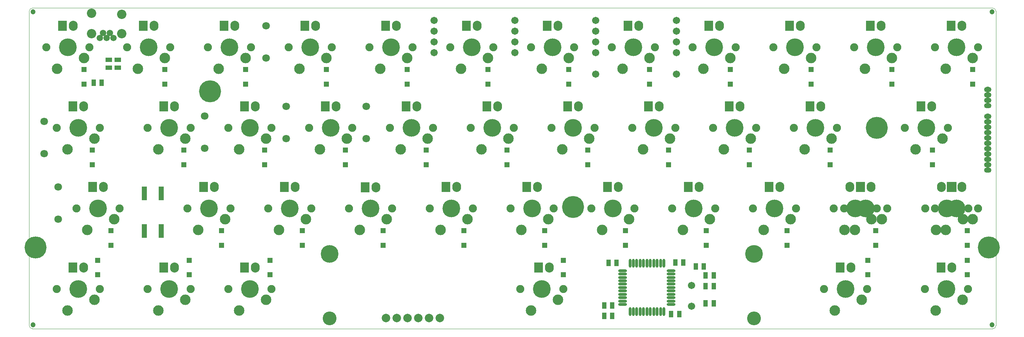
<source format=gbs>
G04 #@! TF.FileFunction,Soldermask,Bot*
%FSLAX46Y46*%
G04 Gerber Fmt 4.6, Leading zero omitted, Abs format (unit mm)*
G04 Created by KiCad (PCBNEW 4.0.1-stable) date 5/15/2016 6:24:45 PM*
%MOMM*%
G01*
G04 APERTURE LIST*
%ADD10C,0.150000*%
%ADD11C,0.099100*%
%ADD12R,1.203200X3.303200*%
%ADD13O,2.103120X0.609600*%
%ADD14O,0.609600X2.103120*%
%ADD15R,1.092200X1.600200*%
%ADD16R,1.600200X1.092200*%
%ADD17C,2.003200*%
%ADD18C,1.803200*%
%ADD19C,2.489200*%
%ADD20C,4.191000*%
%ADD21C,1.905000*%
%ADD22O,2.108200X2.362200*%
%ADD23R,2.108200X2.362200*%
%ADD24O,1.727200X1.270000*%
%ADD25C,1.203200*%
%ADD26C,5.204460*%
%ADD27R,1.203200X1.203200*%
%ADD28C,1.703200*%
%ADD29C,3.251200*%
%ADD30C,1.704340*%
%ADD31C,1.508760*%
%ADD32C,2.203200*%
G04 APERTURE END LIST*
D10*
D11*
X227209040Y-75750560D02*
X768040Y-75750560D01*
X227209040Y-75750560D02*
G75*
G03X227971040Y-74988560I0J762000D01*
G01*
X227971040Y-693560D02*
X227971040Y-74988560D01*
X227971040Y-693560D02*
G75*
G03X227209040Y68440I-762000J0D01*
G01*
X768040Y68440D02*
X227209040Y68440D01*
X768040Y68440D02*
G75*
G03X6040Y-693560I0J-762000D01*
G01*
X6040Y-74988560D02*
X6040Y-693560D01*
X6040Y-74988560D02*
G75*
G03X768040Y-75750560I762000J0D01*
G01*
D12*
X27149500Y-43748000D03*
X31150000Y-52648000D03*
X27152000Y-52648000D03*
X31150000Y-43748000D03*
D13*
X139940000Y-66002000D03*
X139940000Y-65201900D03*
X139940000Y-64401800D03*
X139940000Y-63601700D03*
X139940000Y-62801600D03*
X139940000Y-62001500D03*
X139940000Y-66802100D03*
X139940000Y-67602200D03*
X139940000Y-68402300D03*
X139940000Y-69202400D03*
X139940000Y-70002500D03*
X151370000Y-66002000D03*
X151370000Y-65201900D03*
X151370000Y-64401800D03*
X151370000Y-63601700D03*
X151370000Y-62801600D03*
X151370000Y-62001500D03*
X151370000Y-66802100D03*
X151370000Y-67602200D03*
X151370000Y-68402300D03*
X151370000Y-69202400D03*
X151370000Y-70002500D03*
D14*
X145655000Y-60287000D03*
X145655000Y-71717000D03*
X146455100Y-60287000D03*
X146455100Y-71717000D03*
X147255200Y-71717000D03*
X147255200Y-60287000D03*
X148055300Y-60287000D03*
X148055300Y-71717000D03*
X148855400Y-71717000D03*
X148855400Y-60287000D03*
X149655500Y-60287000D03*
X149655500Y-71717000D03*
X144854900Y-71717000D03*
X144854900Y-60287000D03*
X144054800Y-60287000D03*
X144054800Y-71717000D03*
X143254700Y-71717000D03*
X143254700Y-60287000D03*
X142454600Y-60287000D03*
X142454600Y-71717000D03*
X141654500Y-71717000D03*
X141654500Y-60287000D03*
D15*
X15182500Y-17584600D03*
X17087500Y-17584600D03*
X159515500Y-65682000D03*
X161420500Y-65682000D03*
X159515500Y-69746000D03*
X161420500Y-69746000D03*
X137468500Y-70254000D03*
X135563500Y-70254000D03*
X138484500Y-60158000D03*
X136579500Y-60158000D03*
X151387500Y-72286000D03*
X153292500Y-72286000D03*
X161420500Y-63142000D03*
X159515500Y-63142000D03*
D16*
X18736000Y-14056500D03*
X18736000Y-12151500D03*
X20895000Y-14056500D03*
X20895000Y-12151500D03*
D15*
X152327500Y-60094000D03*
X154232500Y-60094000D03*
X137480500Y-72730000D03*
X135575500Y-72730000D03*
X159058500Y-60983000D03*
X157153500Y-60983000D03*
D17*
X94263000Y-73175000D03*
X89183000Y-73175000D03*
X84103000Y-73175000D03*
X91723000Y-73175000D03*
X86643000Y-73175000D03*
X96803000Y-73175000D03*
D18*
X3496000Y-34313000D03*
X3496000Y-26693000D03*
X6861500Y-42220000D03*
X6861500Y-49840000D03*
D19*
X9020500Y-71430000D03*
X15370500Y-68890000D03*
D20*
X11560500Y-66350000D03*
D21*
X16640500Y-66350000D03*
X6480500Y-66350000D03*
D19*
X9020500Y-33330000D03*
X15370500Y-30790000D03*
D20*
X11560500Y-28250000D03*
D21*
X16640500Y-28250000D03*
X6480500Y-28250000D03*
D19*
X13719500Y-52380000D03*
X20069500Y-49840000D03*
D20*
X16259500Y-47300000D03*
D21*
X21339500Y-47300000D03*
X11179500Y-47300000D03*
D22*
X62742000Y-42220000D03*
D23*
X60202000Y-42220000D03*
D22*
X34293500Y-61270000D03*
D23*
X31753500Y-61270000D03*
D22*
X43692000Y-42220000D03*
D23*
X41152000Y-42220000D03*
D22*
X12830500Y-23170000D03*
D23*
X10290500Y-23170000D03*
D22*
X29467500Y-4118800D03*
D23*
X26927500Y-4118800D03*
D22*
X12830500Y-61270000D03*
D23*
X10290500Y-61270000D03*
D19*
X216158000Y-52380000D03*
X222508000Y-49840000D03*
D20*
X218698000Y-47300000D03*
D21*
X223778000Y-47300000D03*
X213618000Y-47300000D03*
D19*
X125734000Y-33330000D03*
X132084000Y-30790000D03*
D20*
X128274000Y-28250000D03*
D21*
X133354000Y-28250000D03*
X123194000Y-28250000D03*
D19*
X178058000Y-14280000D03*
X184408000Y-11740000D03*
D20*
X180598000Y-9200000D03*
D21*
X185678000Y-9200000D03*
X175518000Y-9200000D03*
D19*
X82808000Y-14280000D03*
X89158000Y-11740000D03*
D20*
X85348000Y-9200000D03*
D21*
X90428000Y-9200000D03*
X80268000Y-9200000D03*
D19*
X213744000Y-71430000D03*
X220094000Y-68890000D03*
D20*
X216284000Y-66350000D03*
D21*
X221364000Y-66350000D03*
X211204000Y-66350000D03*
D19*
X189996000Y-71430000D03*
X196346000Y-68890000D03*
D20*
X192536000Y-66350000D03*
D21*
X197616000Y-66350000D03*
X187456000Y-66350000D03*
D19*
X49534000Y-71430000D03*
X55884000Y-68890000D03*
D20*
X52074000Y-66350000D03*
D21*
X57154000Y-66350000D03*
X46994000Y-66350000D03*
D19*
X30483500Y-71430000D03*
X36833500Y-68890000D03*
D20*
X33023500Y-66350000D03*
D21*
X38103500Y-66350000D03*
X27943500Y-66350000D03*
D19*
X194694000Y-52380000D03*
X201044000Y-49840000D03*
D20*
X197234000Y-47300000D03*
D21*
X202314000Y-47300000D03*
X192154000Y-47300000D03*
D19*
X173232000Y-52380000D03*
X179582000Y-49840000D03*
D20*
X175772000Y-47300000D03*
D21*
X180852000Y-47300000D03*
X170692000Y-47300000D03*
D19*
X68584000Y-33330000D03*
X74934000Y-30790000D03*
D20*
X71124000Y-28250000D03*
D21*
X76204000Y-28250000D03*
X66044000Y-28250000D03*
D19*
X49534000Y-33330000D03*
X55884000Y-30790000D03*
D20*
X52074000Y-28250000D03*
D21*
X57154000Y-28250000D03*
X46994000Y-28250000D03*
D19*
X30483500Y-33330000D03*
X36833500Y-30790000D03*
D20*
X33023500Y-28250000D03*
D21*
X38103500Y-28250000D03*
X27943500Y-28250000D03*
D19*
X216158000Y-14280000D03*
X222508000Y-11740000D03*
D20*
X218698000Y-9200000D03*
D21*
X223778000Y-9200000D03*
X213618000Y-9200000D03*
D19*
X159008000Y-14280000D03*
X165358000Y-11740000D03*
D20*
X161548000Y-9200000D03*
D21*
X166628000Y-9200000D03*
X156468000Y-9200000D03*
D19*
X139958000Y-14280000D03*
X146308000Y-11740000D03*
D20*
X142498000Y-9200000D03*
D21*
X147578000Y-9200000D03*
X137418000Y-9200000D03*
D19*
X120908000Y-14280000D03*
X127258000Y-11740000D03*
D20*
X123448000Y-9200000D03*
D21*
X128528000Y-9200000D03*
X118368000Y-9200000D03*
D19*
X101858000Y-14280000D03*
X108208000Y-11740000D03*
D20*
X104398000Y-9200000D03*
D21*
X109478000Y-9200000D03*
X99318000Y-9200000D03*
D19*
X63758000Y-14280000D03*
X70108000Y-11740000D03*
D20*
X66298000Y-9200000D03*
D21*
X71378000Y-9200000D03*
X61218000Y-9200000D03*
D19*
X44708000Y-14280000D03*
X51058000Y-11740000D03*
D20*
X47248000Y-9200000D03*
D21*
X52328000Y-9200000D03*
X42168000Y-9200000D03*
D19*
X25657500Y-14280000D03*
X32007500Y-11740000D03*
D20*
X28197500Y-9200000D03*
D21*
X33277500Y-9200000D03*
X23117500Y-9200000D03*
D19*
X154182000Y-52380000D03*
X160532000Y-49840000D03*
D20*
X156722000Y-47300000D03*
D21*
X161802000Y-47300000D03*
X151642000Y-47300000D03*
D19*
X135132000Y-52380000D03*
X141482000Y-49840000D03*
D20*
X137672000Y-47300000D03*
D21*
X142752000Y-47300000D03*
X132592000Y-47300000D03*
D19*
X116082000Y-52380000D03*
X122432000Y-49840000D03*
D20*
X118622000Y-47300000D03*
D21*
X123702000Y-47300000D03*
X113542000Y-47300000D03*
D19*
X97032000Y-52380000D03*
X103382000Y-49840000D03*
D20*
X99572000Y-47300000D03*
D21*
X104652000Y-47300000D03*
X94492000Y-47300000D03*
D19*
X77982000Y-52380000D03*
X84332000Y-49840000D03*
D20*
X80522000Y-47300000D03*
D21*
X85602000Y-47300000D03*
X75442000Y-47300000D03*
D19*
X58932000Y-52380000D03*
X65282000Y-49840000D03*
D20*
X61472000Y-47300000D03*
D21*
X66552000Y-47300000D03*
X56392000Y-47300000D03*
D19*
X39882000Y-52380000D03*
X46232000Y-49840000D03*
D20*
X42422000Y-47300000D03*
D21*
X47502000Y-47300000D03*
X37342000Y-47300000D03*
D19*
X209046000Y-33330000D03*
X215396000Y-30790000D03*
D20*
X211586000Y-28250000D03*
D21*
X216666000Y-28250000D03*
X206506000Y-28250000D03*
D19*
X182884000Y-33330000D03*
X189234000Y-30790000D03*
D20*
X185424000Y-28250000D03*
D21*
X190504000Y-28250000D03*
X180344000Y-28250000D03*
D19*
X163834000Y-33330000D03*
X170184000Y-30790000D03*
D20*
X166374000Y-28250000D03*
D21*
X171454000Y-28250000D03*
X161294000Y-28250000D03*
D19*
X144784000Y-33330000D03*
X151134000Y-30790000D03*
D20*
X147324000Y-28250000D03*
D21*
X152404000Y-28250000D03*
X142244000Y-28250000D03*
D19*
X106684000Y-33330000D03*
X113034000Y-30790000D03*
D20*
X109224000Y-28250000D03*
D21*
X114304000Y-28250000D03*
X104144000Y-28250000D03*
D19*
X87634000Y-33330000D03*
X93984000Y-30790000D03*
D20*
X90174000Y-28250000D03*
D21*
X95254000Y-28250000D03*
X85094000Y-28250000D03*
D19*
X197108000Y-14280000D03*
X203458000Y-11740000D03*
D20*
X199648000Y-9200000D03*
D21*
X204728000Y-9200000D03*
X194568000Y-9200000D03*
D22*
X122609000Y-61275000D03*
D23*
X120069000Y-61275000D03*
D22*
X157992000Y-42220000D03*
D23*
X155452000Y-42220000D03*
D22*
X138942000Y-42220000D03*
D23*
X136402000Y-42220000D03*
D22*
X119892000Y-42220000D03*
D23*
X117352000Y-42220000D03*
D22*
X100842000Y-42220000D03*
D23*
X98302000Y-42220000D03*
D22*
X212856000Y-23170000D03*
D23*
X210316000Y-23170000D03*
D22*
X186694000Y-23170000D03*
D23*
X184154000Y-23170000D03*
D22*
X167644000Y-23170000D03*
D23*
X165104000Y-23170000D03*
D22*
X81792000Y-42347000D03*
D23*
X79252000Y-42347000D03*
D22*
X148594000Y-23170000D03*
D23*
X146054000Y-23170000D03*
D22*
X86618000Y-4120000D03*
D23*
X84078000Y-4120000D03*
D22*
X105668000Y-4120000D03*
D23*
X103128000Y-4120000D03*
D22*
X124718000Y-4120000D03*
D23*
X122178000Y-4120000D03*
D22*
X143768000Y-4120000D03*
D23*
X141228000Y-4120000D03*
D22*
X67568000Y-4120000D03*
D23*
X65028000Y-4120000D03*
D22*
X129544000Y-23170000D03*
D23*
X127004000Y-23170000D03*
D22*
X162818000Y-4120000D03*
D23*
X160278000Y-4120000D03*
D22*
X181868000Y-4120000D03*
D23*
X179328000Y-4120000D03*
D22*
X200918000Y-4120000D03*
D23*
X198378000Y-4120000D03*
D22*
X219968000Y-4120000D03*
D23*
X217428000Y-4120000D03*
D22*
X91444000Y-23170000D03*
D23*
X88904000Y-23170000D03*
D22*
X110494000Y-23170000D03*
D23*
X107954000Y-23170000D03*
D22*
X217554000Y-61270000D03*
D23*
X215014000Y-61270000D03*
D22*
X193806000Y-61270000D03*
D23*
X191266000Y-61270000D03*
D22*
X177042000Y-42220000D03*
D23*
X174502000Y-42220000D03*
D22*
X198504000Y-42220000D03*
D23*
X195964000Y-42220000D03*
D22*
X53344000Y-61270000D03*
D23*
X50804000Y-61270000D03*
D22*
X219968000Y-42220000D03*
D23*
X217428000Y-42220000D03*
D22*
X10417500Y-4118800D03*
D23*
X7877500Y-4118800D03*
D19*
X6607500Y-14280000D03*
X12957500Y-11740000D03*
D20*
X9147500Y-9200000D03*
D21*
X14227500Y-9200000D03*
X4067500Y-9200000D03*
D22*
X17529500Y-42220000D03*
D23*
X14989500Y-42220000D03*
D18*
X79506000Y-30790000D03*
X79506000Y-23170000D03*
X60582000Y-30790000D03*
X60582000Y-23170000D03*
X41406000Y-33076000D03*
X41406000Y-25456000D03*
X55884000Y-11740000D03*
X55884000Y-4120000D03*
D22*
X72394000Y-23170000D03*
D23*
X69854000Y-23170000D03*
D22*
X53344000Y-23170000D03*
D23*
X50804000Y-23170000D03*
D22*
X34293500Y-23170000D03*
D23*
X31753500Y-23170000D03*
D22*
X48518000Y-4120000D03*
D23*
X45978000Y-4120000D03*
D19*
X213872000Y-52380000D03*
X220222000Y-49840000D03*
D20*
X216412000Y-47300000D03*
D21*
X221492000Y-47300000D03*
X211332000Y-47300000D03*
D19*
X192282000Y-52380000D03*
X198632000Y-49840000D03*
D20*
X194822000Y-47300000D03*
D21*
X199902000Y-47300000D03*
X189742000Y-47300000D03*
D22*
X193552000Y-42220000D03*
D23*
X196092000Y-42220000D03*
D22*
X215142000Y-42220000D03*
D23*
X217682000Y-42220000D03*
D24*
X226000000Y-19200000D03*
X226000000Y-20470000D03*
X226000000Y-21740000D03*
X226000000Y-23010000D03*
X226000000Y-33170000D03*
X226000000Y-34440000D03*
X226000000Y-26820000D03*
X226000000Y-28090000D03*
X226000000Y-29360000D03*
X226000000Y-30630000D03*
X226000000Y-31900000D03*
D25*
X892500Y-74859000D03*
X227080000Y-818000D03*
X227016000Y-74851000D03*
X892500Y-818000D03*
D24*
X226000000Y-35710000D03*
X226000000Y-25550000D03*
X226000000Y-36980000D03*
X226000000Y-38250000D03*
D26*
X226241000Y-56500000D03*
X199902000Y-28250000D03*
X42676000Y-19614000D03*
X128200000Y-47000000D03*
X1458900Y-56501000D03*
D27*
X184410000Y-14487600D03*
X184410000Y-17887600D03*
X169805000Y-33537600D03*
X169805000Y-36937600D03*
X178695000Y-52588000D03*
X178695000Y-55988000D03*
X93605000Y-33537600D03*
X93605000Y-36937600D03*
X159645000Y-52588000D03*
X159645000Y-55988000D03*
X150755000Y-33537600D03*
X150755000Y-36937600D03*
X165360000Y-14487600D03*
X165360000Y-17887600D03*
X146310000Y-14487600D03*
X146310000Y-17887600D03*
X131705000Y-33537600D03*
X131705000Y-36937600D03*
X140595000Y-52588000D03*
X140595000Y-55988000D03*
X102495000Y-52588000D03*
X102495000Y-55988000D03*
X12960000Y-14487600D03*
X12960000Y-17887600D03*
X127260000Y-14487600D03*
X127260000Y-17887600D03*
X89160000Y-14487600D03*
X89160000Y-17887600D03*
X83445000Y-52588000D03*
X83445000Y-55988000D03*
X74555000Y-33537600D03*
X74555000Y-36937600D03*
X70110000Y-14487600D03*
X70110000Y-17887600D03*
X125990000Y-62973000D03*
X125990000Y-59573000D03*
X121545000Y-52588000D03*
X121545000Y-55988000D03*
X112655000Y-33537600D03*
X112655000Y-36937600D03*
X108210000Y-14487600D03*
X108210000Y-17887600D03*
X56775000Y-62973000D03*
X56775000Y-59573000D03*
X37725000Y-62973000D03*
X37725000Y-59573000D03*
X64395000Y-52588000D03*
X64395000Y-55988000D03*
X55505000Y-33537600D03*
X55505000Y-36937600D03*
X45345000Y-52588000D03*
X45345000Y-55988000D03*
X36455000Y-33537600D03*
X36455000Y-36937600D03*
X16135000Y-62973000D03*
X16135000Y-59573000D03*
X14865000Y-33537600D03*
X14865000Y-36937600D03*
X51060000Y-14487600D03*
X51060000Y-17887600D03*
X32010000Y-14487600D03*
X32010000Y-17887600D03*
X19310000Y-52588000D03*
X19310000Y-55988000D03*
X222510000Y-14487600D03*
X222510000Y-17887600D03*
X221240000Y-55988000D03*
X221240000Y-52588000D03*
X221240000Y-62973000D03*
X221240000Y-59573000D03*
X197745000Y-62973000D03*
X197745000Y-59573000D03*
X212985000Y-33537600D03*
X212985000Y-36937600D03*
X203460000Y-14487600D03*
X203460000Y-17887600D03*
X188855000Y-33537600D03*
X188855000Y-36937600D03*
X199650000Y-55988000D03*
X199650000Y-52588000D03*
D28*
X95510000Y-5392600D03*
X95510000Y-7932600D03*
X95510000Y-10472600D03*
X114560000Y-2852600D03*
X114560000Y-7932600D03*
X114560000Y-10472600D03*
X95510000Y-2852600D03*
X133610000Y-7932600D03*
X133610000Y-10472600D03*
X152660000Y-10472600D03*
X152660000Y-7932600D03*
X152660000Y-5392600D03*
X152660000Y-2852600D03*
X133610000Y-5392600D03*
X114560000Y-5392600D03*
X133610000Y-2852600D03*
X133610000Y-15552600D03*
X152660000Y-15552600D03*
D19*
X118370000Y-71433000D03*
X124720000Y-68893000D03*
D20*
X120910000Y-66353000D03*
D21*
X125990000Y-66353000D03*
X115830000Y-66353000D03*
D29*
X170948000Y-73338000D03*
X70872000Y-73338000D03*
D20*
X170948000Y-58098000D03*
X70872000Y-58098000D03*
D30*
X156150000Y-65527060D03*
X156150000Y-70408940D03*
D31*
X18228000Y-7025780D03*
X17430440Y-5826900D03*
X19825660Y-7025780D03*
X19025560Y-5826900D03*
D32*
X21784000Y-1420000D03*
X14672000Y-1166000D03*
D31*
X16630340Y-7025780D03*
D32*
X14672000Y-5992000D03*
X21784000Y-5992000D03*
M02*

</source>
